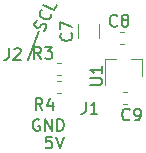
<source format=gto>
%TF.GenerationSoftware,KiCad,Pcbnew,(5.1.0-1220-ga833aeeac)*%
%TF.CreationDate,2019-07-10T21:20:11+03:00*%
%TF.ProjectId,proto_II_sensor_kicad,70726f74-6f5f-4494-995f-73656e736f72,rev?*%
%TF.SameCoordinates,Original*%
%TF.FileFunction,Legend,Top*%
%TF.FilePolarity,Positive*%
%FSLAX46Y46*%
G04 Gerber Fmt 4.6, Leading zero omitted, Abs format (unit mm)*
G04 Created by KiCad (PCBNEW (5.1.0-1220-ga833aeeac)) date 2019-07-10 21:20:11*
%MOMM*%
%LPD*%
G04 APERTURE LIST*
%ADD10C,0.150000*%
%ADD11C,0.120000*%
%ADD12C,1.000000*%
%ADD13R,0.800000X0.900000*%
%ADD14C,0.160000*%
%ADD15C,0.950000*%
%ADD16C,0.875000*%
%ADD17C,1.425000*%
%ADD18R,4.000000X1.000000*%
G04 APERTURE END LIST*
D10*
X128488095Y-132000000D02*
X128392857Y-131952380D01*
X128250000Y-131952380D01*
X128107142Y-132000000D01*
X128011904Y-132095238D01*
X127964285Y-132190476D01*
X127916666Y-132380952D01*
X127916666Y-132523809D01*
X127964285Y-132714285D01*
X128011904Y-132809523D01*
X128107142Y-132904761D01*
X128250000Y-132952380D01*
X128345238Y-132952380D01*
X128488095Y-132904761D01*
X128535714Y-132857142D01*
X128535714Y-132523809D01*
X128345238Y-132523809D01*
X128964285Y-132952380D02*
X128964285Y-131952380D01*
X129535714Y-132952380D01*
X129535714Y-131952380D01*
X130011904Y-132952380D02*
X130011904Y-131952380D01*
X130250000Y-131952380D01*
X130392857Y-132000000D01*
X130488095Y-132095238D01*
X130535714Y-132190476D01*
X130583333Y-132380952D01*
X130583333Y-132523809D01*
X130535714Y-132714285D01*
X130488095Y-132809523D01*
X130392857Y-132904761D01*
X130250000Y-132952380D01*
X130011904Y-132952380D01*
X129559523Y-133452380D02*
X129083333Y-133452380D01*
X129035714Y-133928571D01*
X129083333Y-133880952D01*
X129178571Y-133833333D01*
X129416666Y-133833333D01*
X129511904Y-133880952D01*
X129559523Y-133928571D01*
X129607142Y-134023809D01*
X129607142Y-134261904D01*
X129559523Y-134357142D01*
X129511904Y-134404761D01*
X129416666Y-134452380D01*
X129178571Y-134452380D01*
X129083333Y-134404761D01*
X129035714Y-134357142D01*
X129892857Y-133452380D02*
X130226190Y-134452380D01*
X130559523Y-133452380D01*
X128500000Y-124500000D02*
X127500000Y-127000000D01*
X128863721Y-124499997D02*
X128967253Y-124390649D01*
X129067876Y-124174862D01*
X129064968Y-124068422D01*
X129041935Y-124005140D01*
X128975745Y-123921733D01*
X128889430Y-123881484D01*
X128782990Y-123884392D01*
X128719708Y-123907425D01*
X128636301Y-123973615D01*
X128512645Y-124126120D01*
X128429238Y-124192311D01*
X128365956Y-124215343D01*
X128259516Y-124218252D01*
X128173201Y-124178002D01*
X128107011Y-124094595D01*
X128083978Y-124031313D01*
X128081070Y-123924873D01*
X128181693Y-123709086D01*
X128285225Y-123599738D01*
X129484678Y-123055674D02*
X129507711Y-123118957D01*
X129490495Y-123268554D01*
X129450245Y-123354869D01*
X129346714Y-123464217D01*
X129220149Y-123510282D01*
X129113710Y-123513191D01*
X128920955Y-123475849D01*
X128791482Y-123415475D01*
X128638977Y-123291819D01*
X128572787Y-123208412D01*
X128526721Y-123081848D01*
X128543937Y-122932251D01*
X128584187Y-122845936D01*
X128687718Y-122736588D01*
X128751001Y-122713555D01*
X129953362Y-122275931D02*
X129752115Y-122707506D01*
X128845808Y-122284888D01*
D11*
X137215356Y-126890000D02*
X136285356Y-126890000D01*
X134055356Y-126890000D02*
X134985356Y-126890000D01*
X134055356Y-126890000D02*
X134055356Y-129050000D01*
X137215356Y-126890000D02*
X137215356Y-128350000D01*
X129953733Y-128765000D02*
X130296267Y-128765000D01*
X129953733Y-129785000D02*
X130296267Y-129785000D01*
X129953733Y-127240000D02*
X130296267Y-127240000D01*
X129953733Y-128260000D02*
X130296267Y-128260000D01*
X135887779Y-130660000D02*
X135562221Y-130660000D01*
X135887779Y-129640000D02*
X135562221Y-129640000D01*
X135349722Y-124565000D02*
X135675280Y-124565000D01*
X135349722Y-125585000D02*
X135675280Y-125585000D01*
X131740000Y-125139564D02*
X131740000Y-123935436D01*
X133560000Y-125139564D02*
X133560000Y-123935436D01*
D10*
X132802380Y-129061904D02*
X133611904Y-129061904D01*
X133707142Y-129014285D01*
X133754761Y-128966666D01*
X133802380Y-128871428D01*
X133802380Y-128680952D01*
X133754761Y-128585714D01*
X133707142Y-128538095D01*
X133611904Y-128490476D01*
X132802380Y-128490476D01*
X133802380Y-127490476D02*
X133802380Y-128061904D01*
X133802380Y-127776190D02*
X132802380Y-127776190D01*
X132945238Y-127871428D01*
X133040476Y-127966666D01*
X133088095Y-128061904D01*
X128758333Y-131202380D02*
X128425000Y-130726190D01*
X128186904Y-131202380D02*
X128186904Y-130202380D01*
X128567857Y-130202380D01*
X128663095Y-130250000D01*
X128710714Y-130297619D01*
X128758333Y-130392857D01*
X128758333Y-130535714D01*
X128710714Y-130630952D01*
X128663095Y-130678571D01*
X128567857Y-130726190D01*
X128186904Y-130726190D01*
X129615476Y-130535714D02*
X129615476Y-131202380D01*
X129377380Y-130154761D02*
X129139285Y-130869047D01*
X129758333Y-130869047D01*
X128633333Y-126852380D02*
X128300000Y-126376190D01*
X128061904Y-126852380D02*
X128061904Y-125852380D01*
X128442857Y-125852380D01*
X128538095Y-125900000D01*
X128585714Y-125947619D01*
X128633333Y-126042857D01*
X128633333Y-126185714D01*
X128585714Y-126280952D01*
X128538095Y-126328571D01*
X128442857Y-126376190D01*
X128061904Y-126376190D01*
X128966666Y-125852380D02*
X129585714Y-125852380D01*
X129252380Y-126233333D01*
X129395238Y-126233333D01*
X129490476Y-126280952D01*
X129538095Y-126328571D01*
X129585714Y-126423809D01*
X129585714Y-126661904D01*
X129538095Y-126757142D01*
X129490476Y-126804761D01*
X129395238Y-126852380D01*
X129109523Y-126852380D01*
X129014285Y-126804761D01*
X128966666Y-126757142D01*
X136133333Y-131982142D02*
X136085714Y-132029761D01*
X135942857Y-132077380D01*
X135847619Y-132077380D01*
X135704761Y-132029761D01*
X135609523Y-131934523D01*
X135561904Y-131839285D01*
X135514285Y-131648809D01*
X135514285Y-131505952D01*
X135561904Y-131315476D01*
X135609523Y-131220238D01*
X135704761Y-131125000D01*
X135847619Y-131077380D01*
X135942857Y-131077380D01*
X136085714Y-131125000D01*
X136133333Y-131172619D01*
X136609523Y-132077380D02*
X136800000Y-132077380D01*
X136895238Y-132029761D01*
X136942857Y-131982142D01*
X137038095Y-131839285D01*
X137085714Y-131648809D01*
X137085714Y-131267857D01*
X137038095Y-131172619D01*
X136990476Y-131125000D01*
X136895238Y-131077380D01*
X136704761Y-131077380D01*
X136609523Y-131125000D01*
X136561904Y-131172619D01*
X136514285Y-131267857D01*
X136514285Y-131505952D01*
X136561904Y-131601190D01*
X136609523Y-131648809D01*
X136704761Y-131696428D01*
X136895238Y-131696428D01*
X136990476Y-131648809D01*
X137038095Y-131601190D01*
X137085714Y-131505952D01*
X135083333Y-124032142D02*
X135035714Y-124079761D01*
X134892857Y-124127380D01*
X134797619Y-124127380D01*
X134654761Y-124079761D01*
X134559523Y-123984523D01*
X134511904Y-123889285D01*
X134464285Y-123698809D01*
X134464285Y-123555952D01*
X134511904Y-123365476D01*
X134559523Y-123270238D01*
X134654761Y-123175000D01*
X134797619Y-123127380D01*
X134892857Y-123127380D01*
X135035714Y-123175000D01*
X135083333Y-123222619D01*
X135654761Y-123555952D02*
X135559523Y-123508333D01*
X135511904Y-123460714D01*
X135464285Y-123365476D01*
X135464285Y-123317857D01*
X135511904Y-123222619D01*
X135559523Y-123175000D01*
X135654761Y-123127380D01*
X135845238Y-123127380D01*
X135940476Y-123175000D01*
X135988095Y-123222619D01*
X136035714Y-123317857D01*
X136035714Y-123365476D01*
X135988095Y-123460714D01*
X135940476Y-123508333D01*
X135845238Y-123555952D01*
X135654761Y-123555952D01*
X135559523Y-123603571D01*
X135511904Y-123651190D01*
X135464285Y-123746428D01*
X135464285Y-123936904D01*
X135511904Y-124032142D01*
X135559523Y-124079761D01*
X135654761Y-124127380D01*
X135845238Y-124127380D01*
X135940476Y-124079761D01*
X135988095Y-124032142D01*
X136035714Y-123936904D01*
X136035714Y-123746428D01*
X135988095Y-123651190D01*
X135940476Y-123603571D01*
X135845238Y-123555952D01*
X131187142Y-124704166D02*
X131234761Y-124751785D01*
X131282380Y-124894642D01*
X131282380Y-124989880D01*
X131234761Y-125132738D01*
X131139523Y-125227976D01*
X131044285Y-125275595D01*
X130853809Y-125323214D01*
X130710952Y-125323214D01*
X130520476Y-125275595D01*
X130425238Y-125227976D01*
X130330000Y-125132738D01*
X130282380Y-124989880D01*
X130282380Y-124894642D01*
X130330000Y-124751785D01*
X130377619Y-124704166D01*
X130282380Y-124370833D02*
X130282380Y-123704166D01*
X131282380Y-124132738D01*
X125916666Y-125952380D02*
X125916666Y-126666666D01*
X125869047Y-126809523D01*
X125773809Y-126904761D01*
X125630952Y-126952380D01*
X125535714Y-126952380D01*
X126345238Y-126047619D02*
X126392857Y-126000000D01*
X126488095Y-125952380D01*
X126726190Y-125952380D01*
X126821428Y-126000000D01*
X126869047Y-126047619D01*
X126916666Y-126142857D01*
X126916666Y-126238095D01*
X126869047Y-126380952D01*
X126297619Y-126952380D01*
X126916666Y-126952380D01*
X132416666Y-130527380D02*
X132416666Y-131241666D01*
X132369047Y-131384523D01*
X132273809Y-131479761D01*
X132130952Y-131527380D01*
X132035714Y-131527380D01*
X133416666Y-131527380D02*
X132845238Y-131527380D01*
X133130952Y-131527380D02*
X133130952Y-130527380D01*
X133035714Y-130670238D01*
X132940476Y-130765476D01*
X132845238Y-130813095D01*
%LPC*%
D12*
X125075000Y-131050000D03*
X130275000Y-131050000D03*
X125075000Y-125850000D03*
X130275000Y-125850000D03*
D13*
X135635356Y-126650000D03*
X136585356Y-128650000D03*
X134685356Y-128650000D03*
D14*
G36*
X131378387Y-128818079D02*
G01*
X131455438Y-128869562D01*
X131506921Y-128946613D01*
X131525000Y-129037500D01*
X131525000Y-129512500D01*
X131506921Y-129603387D01*
X131455438Y-129680438D01*
X131378387Y-129731921D01*
X131287500Y-129750000D01*
X130712500Y-129750000D01*
X130621613Y-129731921D01*
X130544562Y-129680438D01*
X130493079Y-129603387D01*
X130475000Y-129512500D01*
X130475000Y-129037500D01*
X130493079Y-128946613D01*
X130544562Y-128869562D01*
X130621613Y-128818079D01*
X130712500Y-128800000D01*
X131287500Y-128800000D01*
X131378387Y-128818079D01*
X131378387Y-128818079D01*
G37*
D15*
X131000000Y-129275000D03*
D14*
G36*
X129628387Y-128818079D02*
G01*
X129705438Y-128869562D01*
X129756921Y-128946613D01*
X129775000Y-129037500D01*
X129775000Y-129512500D01*
X129756921Y-129603387D01*
X129705438Y-129680438D01*
X129628387Y-129731921D01*
X129537500Y-129750000D01*
X128962500Y-129750000D01*
X128871613Y-129731921D01*
X128794562Y-129680438D01*
X128743079Y-129603387D01*
X128725000Y-129512500D01*
X128725000Y-129037500D01*
X128743079Y-128946613D01*
X128794562Y-128869562D01*
X128871613Y-128818079D01*
X128962500Y-128800000D01*
X129537500Y-128800000D01*
X129628387Y-128818079D01*
X129628387Y-128818079D01*
G37*
D15*
X129250000Y-129275000D03*
D14*
G36*
X131378387Y-127293079D02*
G01*
X131455438Y-127344562D01*
X131506921Y-127421613D01*
X131525000Y-127512500D01*
X131525000Y-127987500D01*
X131506921Y-128078387D01*
X131455438Y-128155438D01*
X131378387Y-128206921D01*
X131287500Y-128225000D01*
X130712500Y-128225000D01*
X130621613Y-128206921D01*
X130544562Y-128155438D01*
X130493079Y-128078387D01*
X130475000Y-127987500D01*
X130475000Y-127512500D01*
X130493079Y-127421613D01*
X130544562Y-127344562D01*
X130621613Y-127293079D01*
X130712500Y-127275000D01*
X131287500Y-127275000D01*
X131378387Y-127293079D01*
X131378387Y-127293079D01*
G37*
D15*
X131000000Y-127750000D03*
D14*
G36*
X129628387Y-127293079D02*
G01*
X129705438Y-127344562D01*
X129756921Y-127421613D01*
X129775000Y-127512500D01*
X129775000Y-127987500D01*
X129756921Y-128078387D01*
X129705438Y-128155438D01*
X129628387Y-128206921D01*
X129537500Y-128225000D01*
X128962500Y-128225000D01*
X128871613Y-128206921D01*
X128794562Y-128155438D01*
X128743079Y-128078387D01*
X128725000Y-127987500D01*
X128725000Y-127512500D01*
X128743079Y-127421613D01*
X128794562Y-127344562D01*
X128871613Y-127293079D01*
X128962500Y-127275000D01*
X129537500Y-127275000D01*
X129628387Y-127293079D01*
X129628387Y-127293079D01*
G37*
D15*
X129250000Y-127750000D03*
D14*
G36*
X135239962Y-129691651D02*
G01*
X135310930Y-129739070D01*
X135358349Y-129810038D01*
X135375000Y-129893750D01*
X135375000Y-130406250D01*
X135358349Y-130489962D01*
X135310930Y-130560930D01*
X135239962Y-130608349D01*
X135156250Y-130625000D01*
X134718750Y-130625000D01*
X134635038Y-130608349D01*
X134564070Y-130560930D01*
X134516651Y-130489962D01*
X134500000Y-130406250D01*
X134500000Y-129893750D01*
X134516651Y-129810038D01*
X134564070Y-129739070D01*
X134635038Y-129691651D01*
X134718750Y-129675000D01*
X135156250Y-129675000D01*
X135239962Y-129691651D01*
X135239962Y-129691651D01*
G37*
D16*
X134937500Y-130150000D03*
D14*
G36*
X136814962Y-129691651D02*
G01*
X136885930Y-129739070D01*
X136933349Y-129810038D01*
X136950000Y-129893750D01*
X136950000Y-130406250D01*
X136933349Y-130489962D01*
X136885930Y-130560930D01*
X136814962Y-130608349D01*
X136731250Y-130625000D01*
X136293750Y-130625000D01*
X136210038Y-130608349D01*
X136139070Y-130560930D01*
X136091651Y-130489962D01*
X136075000Y-130406250D01*
X136075000Y-129893750D01*
X136091651Y-129810038D01*
X136139070Y-129739070D01*
X136210038Y-129691651D01*
X136293750Y-129675000D01*
X136731250Y-129675000D01*
X136814962Y-129691651D01*
X136814962Y-129691651D01*
G37*
D16*
X136512500Y-130150000D03*
D14*
G36*
X136602463Y-124616651D02*
G01*
X136673431Y-124664070D01*
X136720850Y-124735038D01*
X136737501Y-124818750D01*
X136737501Y-125331250D01*
X136720850Y-125414962D01*
X136673431Y-125485930D01*
X136602463Y-125533349D01*
X136518751Y-125550000D01*
X136081251Y-125550000D01*
X135997539Y-125533349D01*
X135926571Y-125485930D01*
X135879152Y-125414962D01*
X135862501Y-125331250D01*
X135862501Y-124818750D01*
X135879152Y-124735038D01*
X135926571Y-124664070D01*
X135997539Y-124616651D01*
X136081251Y-124600000D01*
X136518751Y-124600000D01*
X136602463Y-124616651D01*
X136602463Y-124616651D01*
G37*
D16*
X136300001Y-125075000D03*
D14*
G36*
X135027463Y-124616651D02*
G01*
X135098431Y-124664070D01*
X135145850Y-124735038D01*
X135162501Y-124818750D01*
X135162501Y-125331250D01*
X135145850Y-125414962D01*
X135098431Y-125485930D01*
X135027463Y-125533349D01*
X134943751Y-125550000D01*
X134506251Y-125550000D01*
X134422539Y-125533349D01*
X134351571Y-125485930D01*
X134304152Y-125414962D01*
X134287501Y-125331250D01*
X134287501Y-124818750D01*
X134304152Y-124735038D01*
X134351571Y-124664070D01*
X134422539Y-124616651D01*
X134506251Y-124600000D01*
X134943751Y-124600000D01*
X135027463Y-124616651D01*
X135027463Y-124616651D01*
G37*
D16*
X134725001Y-125075000D03*
D14*
G36*
X133370671Y-122356530D02*
G01*
X133451777Y-122410723D01*
X133505970Y-122491829D01*
X133525000Y-122587500D01*
X133525000Y-123512500D01*
X133505970Y-123608171D01*
X133451777Y-123689277D01*
X133370671Y-123743470D01*
X133275000Y-123762500D01*
X132025000Y-123762500D01*
X131929329Y-123743470D01*
X131848223Y-123689277D01*
X131794030Y-123608171D01*
X131775000Y-123512500D01*
X131775000Y-122587500D01*
X131794030Y-122491829D01*
X131848223Y-122410723D01*
X131929329Y-122356530D01*
X132025000Y-122337500D01*
X133275000Y-122337500D01*
X133370671Y-122356530D01*
X133370671Y-122356530D01*
G37*
D17*
X132650000Y-123050000D03*
D14*
G36*
X133370671Y-125331530D02*
G01*
X133451777Y-125385723D01*
X133505970Y-125466829D01*
X133525000Y-125562500D01*
X133525000Y-126487500D01*
X133505970Y-126583171D01*
X133451777Y-126664277D01*
X133370671Y-126718470D01*
X133275000Y-126737500D01*
X132025000Y-126737500D01*
X131929329Y-126718470D01*
X131848223Y-126664277D01*
X131794030Y-126583171D01*
X131775000Y-126487500D01*
X131775000Y-125562500D01*
X131794030Y-125466829D01*
X131848223Y-125385723D01*
X131929329Y-125331530D01*
X132025000Y-125312500D01*
X133275000Y-125312500D01*
X133370671Y-125331530D01*
X133370671Y-125331530D01*
G37*
D17*
X132650000Y-126025000D03*
D18*
X126275000Y-129150000D03*
X126275000Y-127750000D03*
X133125000Y-132525000D03*
X133125000Y-133925000D03*
M02*

</source>
